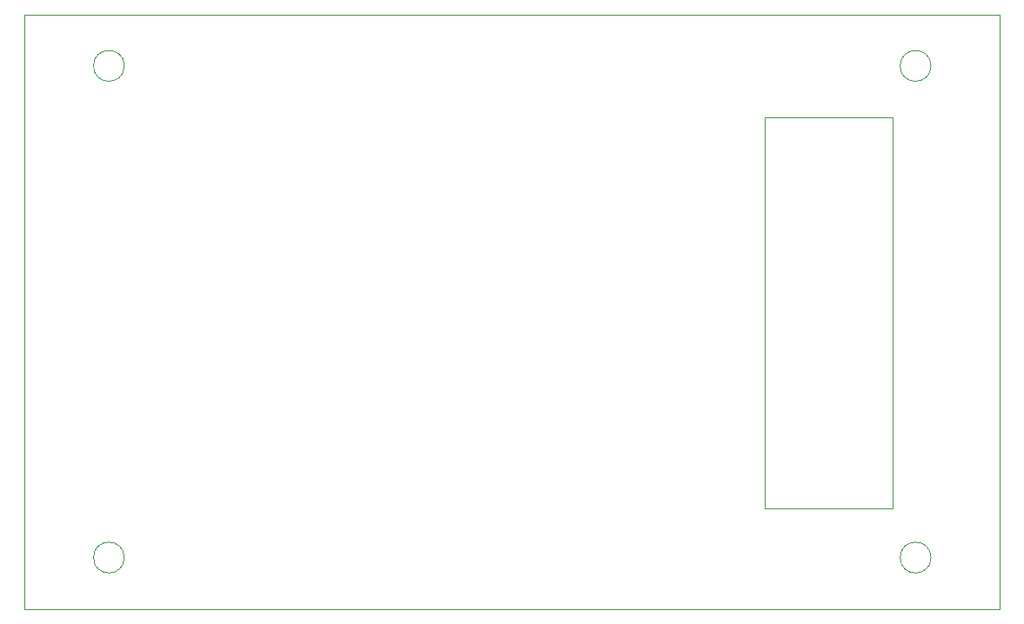
<source format=gbr>
%TF.GenerationSoftware,KiCad,Pcbnew,8.0.2*%
%TF.CreationDate,2024-09-05T16:45:02+09:00*%
%TF.ProjectId,ESP32_PCB,45535033-325f-4504-9342-2e6b69636164,rev?*%
%TF.SameCoordinates,Original*%
%TF.FileFunction,Profile,NP*%
%FSLAX46Y46*%
G04 Gerber Fmt 4.6, Leading zero omitted, Abs format (unit mm)*
G04 Created by KiCad (PCBNEW 8.0.2) date 2024-09-05 16:45:02*
%MOMM*%
%LPD*%
G01*
G04 APERTURE LIST*
%TA.AperFunction,Profile*%
%ADD10C,0.050000*%
%TD*%
G04 APERTURE END LIST*
D10*
X50000000Y-50000000D02*
X144900000Y-50000000D01*
X144900000Y-107900000D01*
X50000000Y-107900000D01*
X50000000Y-50000000D01*
X122000000Y-60000000D02*
X134500000Y-60000000D01*
X134500000Y-98100000D01*
X122000000Y-98100000D01*
X122000000Y-60000000D01*
X59700000Y-55000000D02*
G75*
G02*
X56700000Y-55000000I-1500000J0D01*
G01*
X56700000Y-55000000D02*
G75*
G02*
X59700000Y-55000000I1500000J0D01*
G01*
X59700000Y-102900000D02*
G75*
G02*
X56700000Y-102900000I-1500000J0D01*
G01*
X56700000Y-102900000D02*
G75*
G02*
X59700000Y-102900000I1500000J0D01*
G01*
X138200000Y-55000000D02*
G75*
G02*
X135200000Y-55000000I-1500000J0D01*
G01*
X135200000Y-55000000D02*
G75*
G02*
X138200000Y-55000000I1500000J0D01*
G01*
X138200000Y-102900000D02*
G75*
G02*
X135200000Y-102900000I-1500000J0D01*
G01*
X135200000Y-102900000D02*
G75*
G02*
X138200000Y-102900000I1500000J0D01*
G01*
M02*

</source>
